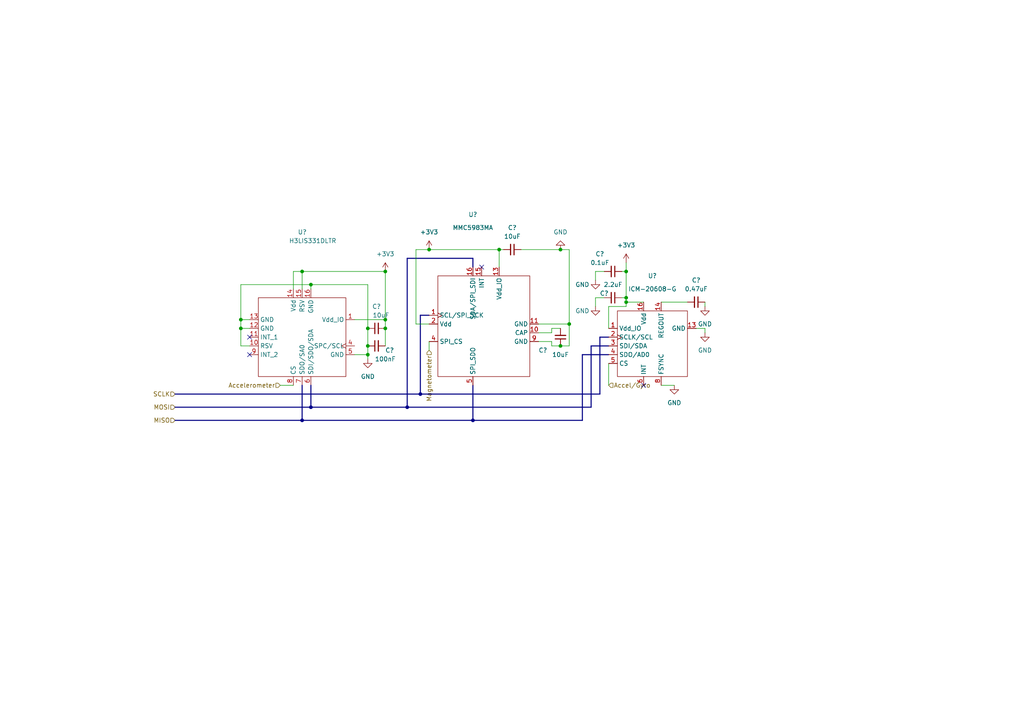
<source format=kicad_sch>
(kicad_sch (version 20211123) (generator eeschema)
  (paper "A4")
  (lib_symbols
    (symbol "Custom_Components:H3LIS331DLTR"
      (property "Reference" "U" (at 0 26.67 0))
      (property "Value" "H3LIS331DLTR" (at 1.27 24.13 0))
      (symbol "H3LIS331DLTR_0_1"
        (rectangle (start -12.7 11.43) (end 12.7 -11.43))
      )
      (symbol "H3LIS331DLTR_1_1"
        (pin power_in line (at 15.24 5.08 180) (length 2.54) (name "Vdd_IO") (number "1"))
        (pin unspecified line (at -15.24 -2.54 0) (length 2.54) (name "RSV") (number "10"))
        (pin output line (at -15.24 0 0) (length 2.54) (name "INT_1") (number "11"))
        (pin power_in line (at -15.24 2.54 0) (length 2.54) (name "GND") (number "12"))
        (pin power_in line (at -15.24 5.08 0) (length 2.54) (name "GND") (number "13"))
        (pin power_in line (at -2.54 13.97 270) (length 2.54) (name "Vdd") (number "14"))
        (pin power_in line (at 0 13.97 270) (length 2.54) (name "RSV") (number "15"))
        (pin power_in line (at 2.54 13.97 270) (length 2.54) (name "GND") (number "16"))
        (pin no_connect line (at 15.24 2.54 180) (length 2.54) hide (name "NC") (number "2"))
        (pin no_connect line (at 15.24 0 180) (length 2.54) hide (name "NC") (number "3"))
        (pin input clock (at 15.24 -2.54 180) (length 2.54) (name "SPC/SCL") (number "4"))
        (pin power_in line (at 15.24 -5.08 180) (length 2.54) (name "GND") (number "5"))
        (pin bidirectional line (at 2.54 -13.97 90) (length 2.54) (name "SDI/SDO/SDA") (number "6"))
        (pin output line (at 0 -13.97 90) (length 2.54) (name "SDO/SA0") (number "7"))
        (pin input line (at -2.54 -13.97 90) (length 2.54) (name "CS") (number "8"))
        (pin output line (at -15.24 -5.08 0) (length 2.54) (name "INT_2") (number "9"))
      )
    )
    (symbol "Custom_Components:ICM-20608-G"
      (property "Reference" "U" (at 0 26.67 0))
      (property "Value" "ICM-20608-G" (at 0 24.13 0))
      (symbol "ICM-20608-G_0_1"
        (rectangle (start -10.16 10.16) (end 10.16 -8.89))
      )
      (symbol "ICM-20608-G_1_1"
        (pin power_in line (at -12.7 5.08 0) (length 2.54) (name "Vdd_IO") (number "1"))
        (pin unspecified line (at 12.7 -2.54 180) (length 2.54) hide (name "RSV") (number "10"))
        (pin no_connect line (at 12.7 0 180) (length 2.54) hide (name "RSV") (number "11"))
        (pin no_connect line (at 12.7 2.54 180) (length 2.54) hide (name "RSV") (number "12"))
        (pin power_in line (at 12.7 5.08 180) (length 2.54) (name "GND") (number "13"))
        (pin power_out line (at 2.54 12.7 270) (length 2.54) (name "REGOUT") (number "14"))
        (pin unspecified line (at 0 12.7 270) (length 2.54) hide (name "RSV") (number "15"))
        (pin power_in line (at -2.54 12.7 270) (length 2.54) (name "Vdd") (number "16"))
        (pin input clock (at -12.7 2.54 0) (length 2.54) (name "SCLK/SCL") (number "2"))
        (pin input line (at -12.7 0 0) (length 2.54) (name "SDI/SDA") (number "3"))
        (pin output line (at -12.7 -2.54 0) (length 2.54) (name "SDO/AD0") (number "4"))
        (pin input line (at -12.7 -5.08 0) (length 2.54) (name "CS") (number "5"))
        (pin output line (at -2.54 -11.43 90) (length 2.54) (name "INT") (number "6"))
        (pin unspecified line (at 0 -11.43 90) (length 2.54) hide (name "RSV") (number "7"))
        (pin input line (at 2.54 -11.43 90) (length 2.54) (name "FSYNC") (number "8"))
        (pin unspecified line (at 12.7 -5.08 180) (length 2.54) hide (name "RSV") (number "9"))
      )
    )
    (symbol "Custom_Components:MMC5983MA"
      (property "Reference" "U" (at 0 25.4 0))
      (property "Value" "MMC5983MA" (at 0 22.86 0))
      (symbol "MMC5983MA_0_1"
        (rectangle (start -13.97 13.97) (end 15.24 -12.7))
      )
      (symbol "MMC5983MA_1_1"
        (pin input clock (at 3.81 16.51 270) (length 2.54) (name "SCL/SPI_SCK") (number "1"))
        (pin power_out line (at -1.27 -15.24 90) (length 2.54) (name "CAP") (number "10"))
        (pin power_in line (at 1.27 -15.24 90) (length 2.54) (name "GND") (number "11"))
        (pin no_connect line (at 3.81 -15.24 90) (length 2.54) hide (name "NC") (number "12"))
        (pin power_out line (at 17.78 -3.81 180) (length 2.54) (name "Vdd_IO") (number "13"))
        (pin no_connect line (at 17.78 -1.27 180) (length 2.54) hide (name "NC") (number "14"))
        (pin output line (at 17.78 1.27 180) (length 2.54) (name "INT") (number "15"))
        (pin bidirectional line (at 17.78 3.81 180) (length 2.54) (name "SDA/SPI_SDI") (number "16"))
        (pin power_in line (at 1.27 16.51 270) (length 2.54) (name "Vdd") (number "2"))
        (pin no_connect line (at -1.27 16.51 270) (length 2.54) hide (name "NC") (number "3"))
        (pin input line (at -3.81 16.51 270) (length 2.54) (name "SPI_CS") (number "4"))
        (pin output line (at -16.51 3.81 0) (length 2.54) (name "SPI_SDO") (number "5"))
        (pin no_connect line (at -16.51 1.27 0) (length 2.54) hide (name "NC") (number "6"))
        (pin no_connect line (at -16.51 -1.27 0) (length 2.54) hide (name "NC") (number "7"))
        (pin no_connect line (at -16.51 -3.81 0) (length 2.54) hide (name "NC") (number "8"))
        (pin power_in line (at -3.81 -15.24 90) (length 2.54) (name "GND") (number "9"))
      )
    )
    (symbol "Device:C_Small" (pin_numbers hide) (pin_names (offset 0.254) hide)
      (property "Reference" "C" (at 0.254 1.778 0))
      (property "Value" "C_Small" (at 0.254 -2.032 0))
      (symbol "C_Small_0_1"
        (polyline (pts (xy -1.524 -0.508) (xy 1.524 -0.508)) (stroke (width 0.3302)))
        (polyline (pts (xy -1.524 0.508) (xy 1.524 0.508)) (stroke (width 0.3048)))
      )
      (symbol "C_Small_1_1"
        (pin passive line (at 0 2.54 270) (length 2.032) (name "~") (number "1"))
        (pin passive line (at 0 -2.54 90) (length 2.032) (name "~") (number "2"))
      )
    )
    (symbol "power:+3.3V" (power) (pin_names (offset 0))
      (property "Value" "+3.3V" (at 0 3.556 0))
      (symbol "+3.3V_0_1"
        (polyline (pts (xy -0.762 1.27) (xy 0 2.54)))
        (polyline (pts (xy 0 0) (xy 0 2.54)))
        (polyline (pts (xy 0 2.54) (xy 0.762 1.27)))
      )
      (symbol "+3.3V_1_1"
        (pin power_in line (at 0 0 90) (length 0) hide (name "+3V3") (number "1"))
      )
    )
    (symbol "power:GND" (power) (pin_names (offset 0))
      (property "Value" "GND" (at 0 -3.81 0))
      (symbol "GND_0_1"
        (polyline (pts (xy 0 0) (xy 0 -1.27) (xy 1.27 -1.27) (xy 0 -2.54) (xy -1.27 -1.27) (xy 0 -1.27)))
      )
      (symbol "GND_1_1"
        (pin power_in line (at 0 0 270) (length 0) hide (name "GND") (number "1"))
      )
    )
  )
  (junction (at 106.68 102.87))
  (junction (at 181.61 87.63))
  (junction (at 69.85 95.25))
  (junction (at 165.1 93.98))
  (junction (at 106.68 100.33))
  (junction (at 111.76 78.74))
  (junction (at 121.92 114.3))
  (junction (at 69.85 92.71))
  (junction (at 87.63 121.92))
  (junction (at 118.11 118.11))
  (junction (at 181.61 86.36))
  (junction (at 181.61 78.74))
  (junction (at 162.56 100.33))
  (junction (at 106.68 95.25))
  (junction (at 90.17 118.11))
  (junction (at 111.76 92.71))
  (junction (at 162.56 72.39))
  (junction (at 144.78 72.39))
  (junction (at 90.17 82.55))
  (junction (at 124.46 72.39))
  (junction (at 87.63 78.74))
  (junction (at 111.76 95.25))
  (junction (at 137.16 121.92))
  (no_connect (at 186.69 111.76))
  (no_connect (at 72.39 97.79))
  (no_connect (at 72.39 102.87))
  (no_connect (at 139.7 77.47))
  (wire (pts (xy 90.17 82.55) (xy 106.68 82.55)))
  (wire (pts (xy 160.02 96.52) (xy 160.02 95.25)))
  (wire (pts (xy 120.65 93.98) (xy 120.65 72.39)))
  (wire (pts (xy 102.87 102.87) (xy 106.68 102.87)))
  (wire (pts (xy 81.28 111.76) (xy 85.09 111.76)))
  (wire (pts (xy 106.68 102.87) (xy 106.68 104.14)))
  (wire (pts (xy 181.61 78.74) (xy 181.61 86.36)))
  (wire (pts (xy 165.1 72.39) (xy 165.1 93.98)))
  (bus (pts (xy 137.16 77.47) (xy 137.16 74.93)))
  (bus (pts (xy 50.8 114.3) (xy 121.92 114.3)))
  (wire (pts (xy 181.61 86.36) (xy 181.61 87.63)))
  (wire (pts (xy 172.72 86.36) (xy 175.26 86.36)))
  (wire (pts (xy 111.76 92.71) (xy 111.76 95.25)))
  (wire (pts (xy 69.85 95.25) (xy 69.85 100.33)))
  (bus (pts (xy 121.92 114.3) (xy 173.99 114.3)))
  (wire (pts (xy 87.63 78.74) (xy 85.09 78.74)))
  (wire (pts (xy 111.76 78.74) (xy 87.63 78.74)))
  (wire (pts (xy 162.56 72.39) (xy 165.1 72.39)))
  (wire (pts (xy 124.46 101.6) (xy 124.46 99.06)))
  (wire (pts (xy 120.65 72.39) (xy 124.46 72.39)))
  (wire (pts (xy 172.72 81.28) (xy 172.72 78.74)))
  (bus (pts (xy 176.53 102.87) (xy 168.91 102.87)))
  (wire (pts (xy 156.21 99.06) (xy 160.02 99.06)))
  (wire (pts (xy 180.34 86.36) (xy 181.61 86.36)))
  (wire (pts (xy 90.17 83.82) (xy 90.17 82.55)))
  (wire (pts (xy 144.78 72.39) (xy 144.78 77.47)))
  (wire (pts (xy 106.68 100.33) (xy 106.68 95.25)))
  (wire (pts (xy 181.61 87.63) (xy 181.61 88.9)))
  (bus (pts (xy 87.63 111.76) (xy 87.63 121.92)))
  (bus (pts (xy 173.99 97.79) (xy 176.53 97.79)))
  (wire (pts (xy 69.85 92.71) (xy 69.85 95.25)))
  (wire (pts (xy 191.77 87.63) (xy 199.39 87.63)))
  (wire (pts (xy 176.53 105.41) (xy 176.53 111.76)))
  (wire (pts (xy 191.77 111.76) (xy 195.58 111.76)))
  (bus (pts (xy 168.91 102.87) (xy 168.91 121.92)))
  (bus (pts (xy 118.11 118.11) (xy 171.45 118.11)))
  (wire (pts (xy 176.53 95.25) (xy 176.53 88.9)))
  (wire (pts (xy 204.47 95.25) (xy 204.47 96.52)))
  (wire (pts (xy 144.78 72.39) (xy 146.05 72.39)))
  (wire (pts (xy 204.47 87.63) (xy 204.47 88.9)))
  (wire (pts (xy 176.53 88.9) (xy 181.61 88.9)))
  (wire (pts (xy 69.85 82.55) (xy 90.17 82.55)))
  (bus (pts (xy 173.99 114.3) (xy 173.99 97.79)))
  (wire (pts (xy 186.69 87.63) (xy 181.61 87.63)))
  (wire (pts (xy 181.61 76.2) (xy 181.61 78.74)))
  (wire (pts (xy 124.46 93.98) (xy 120.65 93.98)))
  (bus (pts (xy 118.11 118.11) (xy 90.17 118.11)))
  (bus (pts (xy 118.11 74.93) (xy 118.11 118.11)))
  (wire (pts (xy 87.63 78.74) (xy 87.63 83.82)))
  (wire (pts (xy 180.34 78.74) (xy 181.61 78.74)))
  (bus (pts (xy 50.8 118.11) (xy 90.17 118.11)))
  (bus (pts (xy 171.45 100.33) (xy 171.45 118.11)))
  (bus (pts (xy 137.16 121.92) (xy 87.63 121.92)))
  (bus (pts (xy 90.17 111.76) (xy 90.17 118.11)))
  (wire (pts (xy 160.02 100.33) (xy 162.56 100.33)))
  (bus (pts (xy 137.16 74.93) (xy 118.11 74.93)))
  (bus (pts (xy 137.16 121.92) (xy 168.91 121.92)))
  (wire (pts (xy 111.76 95.25) (xy 111.76 100.33)))
  (wire (pts (xy 160.02 99.06) (xy 160.02 100.33)))
  (bus (pts (xy 121.92 91.44) (xy 121.92 114.3)))
  (wire (pts (xy 162.56 100.33) (xy 165.1 100.33)))
  (wire (pts (xy 151.13 72.39) (xy 162.56 72.39)))
  (wire (pts (xy 69.85 92.71) (xy 72.39 92.71)))
  (wire (pts (xy 201.93 95.25) (xy 204.47 95.25)))
  (wire (pts (xy 85.09 78.74) (xy 85.09 83.82)))
  (wire (pts (xy 111.76 78.74) (xy 111.76 92.71)))
  (wire (pts (xy 69.85 82.55) (xy 69.85 92.71)))
  (bus (pts (xy 176.53 100.33) (xy 171.45 100.33)))
  (wire (pts (xy 106.68 82.55) (xy 106.68 95.25)))
  (wire (pts (xy 69.85 100.33) (xy 72.39 100.33)))
  (wire (pts (xy 165.1 93.98) (xy 165.1 100.33)))
  (wire (pts (xy 160.02 96.52) (xy 156.21 96.52)))
  (wire (pts (xy 69.85 95.25) (xy 72.39 95.25)))
  (wire (pts (xy 124.46 72.39) (xy 144.78 72.39)))
  (wire (pts (xy 160.02 95.25) (xy 162.56 95.25)))
  (wire (pts (xy 106.68 100.33) (xy 106.68 102.87)))
  (wire (pts (xy 102.87 92.71) (xy 111.76 92.71)))
  (bus (pts (xy 124.46 91.44) (xy 121.92 91.44)))
  (bus (pts (xy 137.16 111.76) (xy 137.16 121.92)))
  (wire (pts (xy 156.21 93.98) (xy 165.1 93.98)))
  (wire (pts (xy 172.72 78.74) (xy 175.26 78.74)))
  (wire (pts (xy 172.72 86.36) (xy 172.72 88.9)))
  (bus (pts (xy 87.63 121.92) (xy 50.8 121.92)))
  (hierarchical_label "Accel{slash}Gyro" (shape input) (at 176.53 111.76 0))
  (hierarchical_label "Accelerometer" (shape input) (at 81.28 111.76 180))
  (hierarchical_label "Magnetometer" (shape input) (at 124.46 101.6 270))
  (hierarchical_label "MISO" (shape input) (at 50.8 121.92 180))
  (hierarchical_label "MOSI" (shape input) (at 50.8 118.11 180))
  (hierarchical_label "SCLK" (shape input) (at 50.8 114.3 180))
  (symbol (lib_id "Device:C_Small") (at 177.8 86.36 270) (unit 1)
    (property "Reference" "C?" (at 175.26 85.09 90))
    (property "Value" "2.2uF" (at 177.8 82.55 90))
  )
  (symbol (lib_id "Custom_Components:ICM-20608-G") (at 189.23 100.33 0) (unit 1)
    (property "Reference" "U?" (at 189.23 80.01 0))
    (property "Value" "ICM-20608-G" (at 189.23 83.82 0))
  )
  (symbol (lib_id "Device:C_Small") (at 201.93 87.63 270) (unit 1)
    (property "Reference" "C?" (at 201.93 81.28 90))
    (property "Value" "0.47uF" (at 201.93 83.82 90))
  )
  (symbol (lib_id "power:GND") (at 204.47 88.9 0) (unit 1)
    (property "Reference" "#PWR?" (effects hide))
    (property "Value" "GND" (at 204.47 93.98 0))
  )
  (symbol (lib_id "power:GND") (at 195.58 111.76 0) (unit 1)
    (property "Reference" "#PWR?" (effects hide))
    (property "Value" "GND" (at 195.58 116.84 0))
  )
  (symbol (lib_id "power:+3.3V") (at 111.76 78.74 0) (unit 1)
    (property "Reference" "#PWR?" (effects hide))
    (property "Value" "+3.3V" (at 111.76 73.66 0))
  )
  (symbol (lib_id "Custom_Components:MMC5983MA") (at 140.97 95.25 90) (unit 1)
    (property "Reference" "U?" (at 137.16 62.23 90))
    (property "Value" "MMC5983MA" (at 137.16 66.04 90))
  )
  (symbol (lib_id "Device:C_Small") (at 177.8 78.74 270) (unit 1)
    (property "Reference" "C?" (at 173.99 73.66 90))
    (property "Value" "0.1uF" (at 173.99 76.2 90))
  )
  (symbol (lib_id "power:+3.3V") (at 124.46 72.39 0) (unit 1)
    (property "Reference" "#PWR?" (effects hide))
    (property "Value" "+3.3V" (at 124.46 67.31 0))
  )
  (symbol (lib_id "Device:C_Small") (at 148.59 72.39 270) (unit 1)
    (property "Reference" "C?" (at 148.59 66.04 90))
    (property "Value" "10uF" (at 148.59 68.58 90))
  )
  (symbol (lib_id "power:GND") (at 162.56 72.39 180) (unit 1)
    (property "Reference" "#PWR?" (effects hide))
    (property "Value" "GND" (at 162.56 67.31 0))
  )
  (symbol (lib_id "Device:C_Small") (at 162.56 97.79 180) (unit 1)
    (property "Reference" "C?" (at 157.48 101.6 0))
    (property "Value" "10uF" (at 162.56 102.87 0))
  )
  (symbol (lib_id "Device:C_Small") (at 109.22 100.33 90) (unit 1)
    (property "Reference" "C?" (at 113.03 101.6 90))
    (property "Value" "100nF" (at 111.76 104.14 90))
  )
  (symbol (lib_id "power:GND") (at 106.68 104.14 0) (unit 1)
    (property "Reference" "#PWR?" (effects hide))
    (property "Value" "GND" (at 106.68 109.22 0))
  )
  (symbol (lib_id "power:GND") (at 172.72 88.9 0) (unit 1)
    (property "Reference" "#PWR?" (effects hide))
    (property "Value" "GND" (at 168.91 90.17 0))
  )
  (symbol (lib_id "power:+3.3V") (at 181.61 76.2 0) (unit 1)
    (property "Reference" "#PWR?" (effects hide))
    (property "Value" "+3.3V" (at 181.61 71.12 0))
  )
  (symbol (lib_id "power:GND") (at 204.47 96.52 0) (unit 1)
    (property "Reference" "#PWR?" (effects hide))
    (property "Value" "GND" (at 204.47 101.6 0))
  )
  (symbol (lib_id "Device:C_Small") (at 109.22 95.25 90) (unit 1)
    (property "Reference" "C?" (at 109.2263 88.9 90))
    (property "Value" "10uF" (at 110.49 91.44 90))
  )
  (symbol (lib_id "Custom_Components:H3LIS331DLTR") (at 87.63 97.79 0) (unit 1)
    (property "Reference" "U?" (at 86.36 67.31 0) (effects (justify left)))
    (property "Value" "H3LIS331DLTR" (at 83.82 69.85 0) (effects (justify left)))
  )
  (symbol (lib_id "power:GND") (at 172.72 81.28 0) (unit 1)
    (property "Reference" "#PWR?" (effects hide))
    (property "Value" "GND" (at 168.91 82.55 0))
  )
)
</source>
